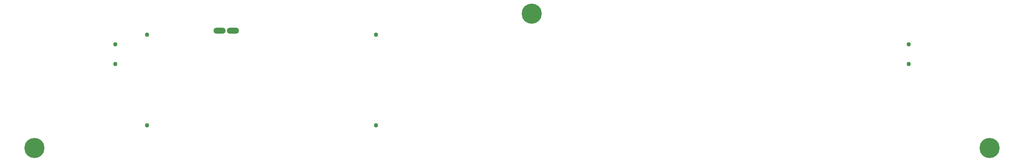
<source format=gbs>
G04 Layer_Color=16711935*
%FSLAX25Y25*%
%MOIN*%
G70*
G01*
G75*
%ADD58C,0.04339*%
%ADD59C,0.20087*%
%ADD60C,0.05913*%
%ADD61O,0.12213X0.05913*%
D58*
X80709Y177165D02*
D03*
Y157480D02*
D03*
X872047D02*
D03*
Y177165D02*
D03*
X112205Y187008D02*
D03*
Y96457D02*
D03*
X340551D02*
D03*
Y187008D02*
D03*
D59*
X952756Y73543D02*
D03*
X0D02*
D03*
X496063Y207874D02*
D03*
D60*
X187795Y190945D02*
D03*
X194882D02*
D03*
D61*
X198031D02*
D03*
X184646D02*
D03*
M02*

</source>
